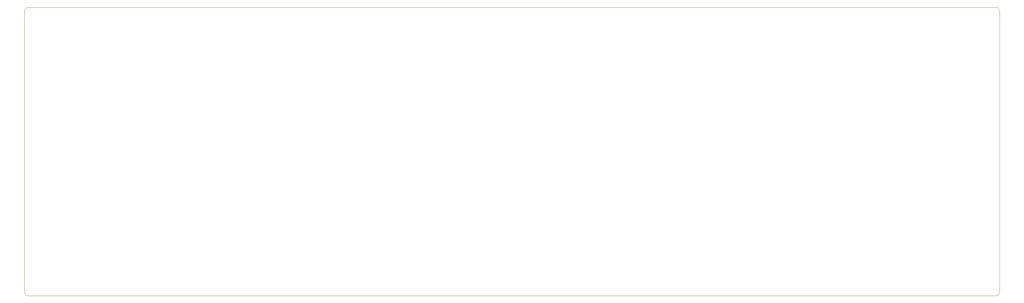
<source format=gbr>
%TF.GenerationSoftware,KiCad,Pcbnew,(6.0.7)*%
%TF.CreationDate,2022-08-22T17:31:43+01:00*%
%TF.ProjectId,ortho40,6f727468-6f34-4302-9e6b-696361645f70,rev?*%
%TF.SameCoordinates,Original*%
%TF.FileFunction,Profile,NP*%
%FSLAX46Y46*%
G04 Gerber Fmt 4.6, Leading zero omitted, Abs format (unit mm)*
G04 Created by KiCad (PCBNEW (6.0.7)) date 2022-08-22 17:31:43*
%MOMM*%
%LPD*%
G01*
G04 APERTURE LIST*
%TA.AperFunction,Profile*%
%ADD10C,0.100000*%
%TD*%
G04 APERTURE END LIST*
D10*
X39000000Y-18000000D02*
X40000000Y-18000000D01*
X175000000Y-18000000D02*
X40000000Y-18000000D01*
X185000000Y-18000000D02*
X321000000Y-18000000D01*
X321000000Y-102000000D02*
G75*
G03*
X322000000Y-101000000I0J1000000D01*
G01*
X39000000Y-18000000D02*
G75*
G03*
X38000000Y-19000000I0J-1000000D01*
G01*
X321000000Y-102000000D02*
X39000000Y-102000000D01*
X322000000Y-101000000D02*
X322000000Y-19000000D01*
X38000000Y-19000000D02*
X38000000Y-100000000D01*
X38000000Y-100000000D02*
X38000000Y-101000000D01*
X322000000Y-19000000D02*
G75*
G03*
X321000000Y-18000000I-1000000J0D01*
G01*
X38000000Y-101000000D02*
G75*
G03*
X39000000Y-102000000I1000000J0D01*
G01*
X175000000Y-18000000D02*
X185000000Y-18000000D01*
M02*

</source>
